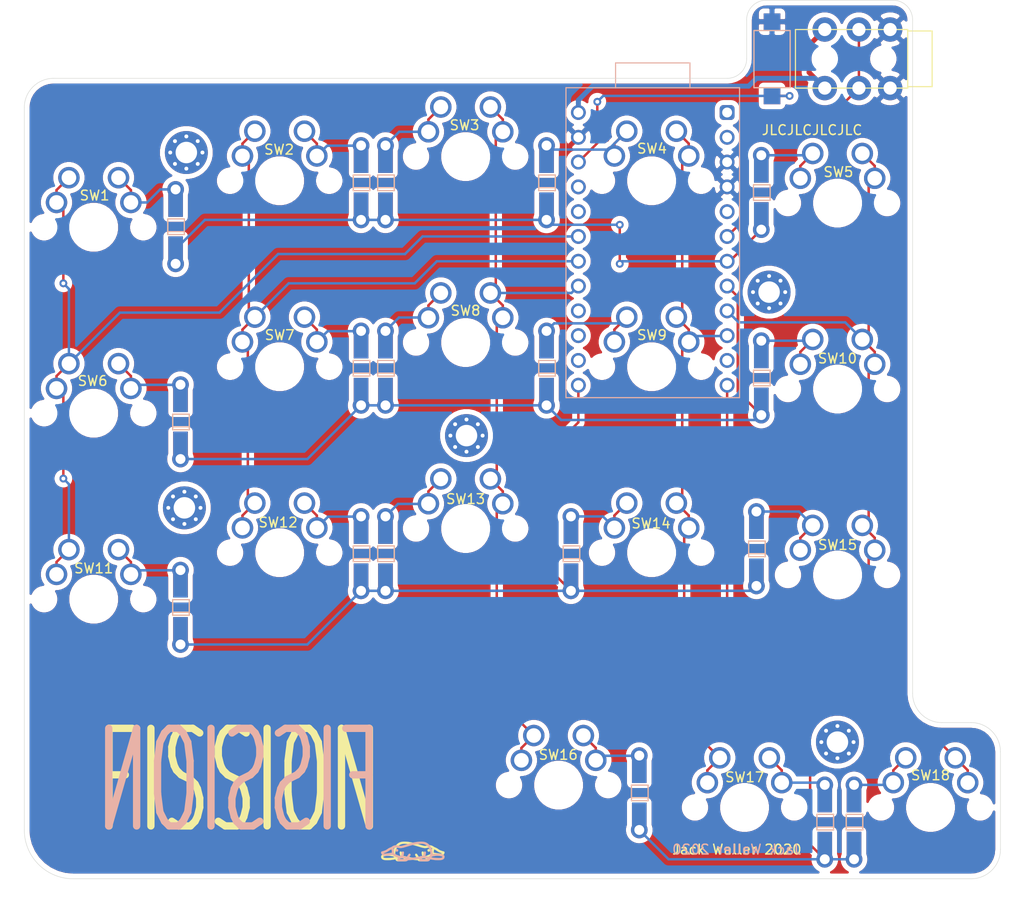
<source format=kicad_pcb>
(kicad_pcb (version 20171130) (host pcbnew "(5.1.6)-1")
  (layers (0 F.Cu signal) (31 B.Cu signal) (34 B.Paste user) (35 F.Paste user) (36 B.SilkS user) (37 F.SilkS user) (38 B.Mask user) (39 F.Mask user) (44 Edge.Cuts user))
  (net 0 "")
  (net 1 VCC)
  (net 2 GND)
  (net 3 /RST)
  (net 4 "Net-(U1-Pad21)")
  (net 5 "Net-(U1-Pad20)")
  (net 6 "Net-(U1-Pad16)")
  (net 7 "Net-(U1-Pad15)")
  (net 8 "Net-(U1-Pad14)")
  (net 9 "Net-(U1-Pad11)")
  (net 10 /Serial_Dat)
  (net 11 "Net-(U1-Pad5)")
  (net 12 "Net-(U1-Pad2)")
  (net 13 "Net-(U1-Pad1)")
  (net 14 "Net-(D1-Pad2)")
  (net 15 /row0)
  (net 16 "Net-(D2-Pad2)")
  (net 17 "Net-(D3-Pad2)")
  (net 18 "Net-(D4-Pad2)")
  (net 19 "Net-(D5-Pad2)")
  (net 20 "Net-(D6-Pad2)")
  (net 21 /row1)
  (net 22 "Net-(D7-Pad2)")
  (net 23 "Net-(D8-Pad2)")
  (net 24 "Net-(D9-Pad2)")
  (net 25 "Net-(D10-Pad2)")
  (net 26 "Net-(D11-Pad2)")
  (net 27 /row2)
  (net 28 "Net-(D12-Pad2)")
  (net 29 "Net-(D13-Pad2)")
  (net 30 "Net-(D14-Pad2)")
  (net 31 "Net-(D15-Pad2)")
  (net 32 "Net-(D16-Pad2)")
  (net 33 /row3)
  (net 34 "Net-(D17-Pad2)")
  (net 35 "Net-(D18-Pad2)")
  (net 36 /col0)
  (net 37 /col1)
  (net 38 /col2)
  (net 39 /col3)
  (net 40 /col4)
  (module Platypus:platypus_small (layer B.Cu) (at 84.8 142.2 180)
    (fp_text reference G*** hide)
    (fp_text value LOGO hide)
  )
  (module Platypus:platypus_small (layer F.Cu) (at 84.8 142.2)
    (fp_text reference G*** hide)
    (fp_text value LOGO hide)
  )
  (module MountingHole:MountingHole_2.2mm_M2_Pad_Via (layer F.Cu) (at 128.3 131)
    (fp_text reference H5 hide)
    (fp_text value MountingHole)
    (pad 1 thru_hole circle (at 1.166726 -1.166726) (size 0.7 0.7) (drill 0.4) (layers *.Cu *.Mask))
    (pad 1 thru_hole circle (at 0 -1.65) (size 0.7 0.7) (drill 0.4) (layers *.Cu *.Mask))
    (pad 1 thru_hole circle (at -1.166726 -1.166726) (size 0.7 0.7) (drill 0.4) (layers *.Cu *.Mask))
    (pad 1 thru_hole circle (at -1.65 0) (size 0.7 0.7) (drill 0.4) (layers *.Cu *.Mask))
    (pad 1 thru_hole circle (at -1.166726 1.166726) (size 0.7 0.7) (drill 0.4) (layers *.Cu *.Mask))
    (pad 1 thru_hole circle (at 0 1.65) (size 0.7 0.7) (drill 0.4) (layers *.Cu *.Mask))
    (pad 1 thru_hole circle (at 1.166726 1.166726) (size 0.7 0.7) (drill 0.4) (layers *.Cu *.Mask))
    (pad 1 thru_hole circle (at 1.65 0) (size 0.7 0.7) (drill 0.4) (layers *.Cu *.Mask))
    (pad 1 thru_hole circle (at 0 0) (size 4.4 4.4) (drill 2.2) (layers *.Cu *.Mask))
  )
  (module JW_Semiconductor:1N4148W_Universal_BothSides (layer F.Cu) (at 130 143 90)
    (fp_text reference D18 hide)
    (fp_text value 1N4148W)
    (pad 2 thru_hole custom (at 7.62 0) (size 1.716 1.716) (drill 1.016) (layers *.Cu *.Mask) (net 35 "Net-(D18-Pad2)") (options (clearance outline) (anchor circle)) (primitives (gr_poly (pts (xy 0.75 0) (xy 0.75 2.81) (xy -0.75 2.81) (xy -0.75 0)) (width 0))))
    (pad 1 thru_hole custom (at 0 0 180) (size 1.716 1.716) (drill 1.016) (layers *.Cu *.Mask) (net 33 /row3) (options (clearance outline) (anchor circle)) (primitives (gr_poly (pts (xy 0.75 0) (xy 0.75 2.81) (xy -0.75 2.81) (xy -0.75 0)) (width 0))))
  )
  (module JW_Semiconductor:1N4148W_Universal_BothSides (layer F.Cu) (at 127 143 90)
    (fp_text reference D17 hide)
    (fp_text value 1N4148W)
    (pad 2 thru_hole custom (at 7.62 0) (size 1.716 1.716) (drill 1.016) (layers *.Cu *.Mask) (net 34 "Net-(D17-Pad2)") (options (clearance outline) (anchor circle)) (primitives (gr_poly (pts (xy 0.75 0) (xy 0.75 2.81) (xy -0.75 2.81) (xy -0.75 0)) (width 0))))
    (pad 1 thru_hole custom (at 0 0 180) (size 1.716 1.716) (drill 1.016) (layers *.Cu *.Mask) (net 33 /row3) (options (clearance outline) (anchor circle)) (primitives (gr_poly (pts (xy 0.75 0) (xy 0.75 2.81) (xy -0.75 2.81) (xy -0.75 0)) (width 0))))
  )
  (module JW_Semiconductor:1N4148W_Universal_BothSides (layer F.Cu) (at 108 140 90)
    (fp_text reference D16 hide)
    (fp_text value 1N4148W)
    (pad 2 thru_hole custom (at 7.62 0) (size 1.716 1.716) (drill 1.016) (layers *.Cu *.Mask) (net 32 "Net-(D16-Pad2)") (options (clearance outline) (anchor circle)) (primitives (gr_poly (pts (xy 0.75 0) (xy 0.75 2.81) (xy -0.75 2.81) (xy -0.75 0)) (width 0))))
    (pad 1 thru_hole custom (at 0 0 180) (size 1.716 1.716) (drill 1.016) (layers *.Cu *.Mask) (net 33 /row3) (options (clearance outline) (anchor circle)) (primitives (gr_poly (pts (xy 0.75 0) (xy 0.75 2.81) (xy -0.75 2.81) (xy -0.75 0)) (width 0))))
  )
  (module JW_Semiconductor:1N4148W_Universal_BothSides (layer F.Cu) (at 120 115 90)
    (fp_text reference D15 hide)
    (fp_text value 1N4148W)
    (pad 2 thru_hole custom (at 7.62 0) (size 1.716 1.716) (drill 1.016) (layers *.Cu *.Mask) (net 31 "Net-(D15-Pad2)") (options (clearance outline) (anchor circle)) (primitives (gr_poly (pts (xy 0.75 0) (xy 0.75 2.81) (xy -0.75 2.81) (xy -0.75 0)) (width 0))))
    (pad 1 thru_hole custom (at 0 0 180) (size 1.716 1.716) (drill 1.016) (layers *.Cu *.Mask) (net 27 /row2) (options (clearance outline) (anchor circle)) (primitives (gr_poly (pts (xy 0.75 0) (xy 0.75 2.81) (xy -0.75 2.81) (xy -0.75 0)) (width 0))))
  )
  (module JW_Semiconductor:1N4148W_Universal_BothSides (layer F.Cu) (at 101 115.5 90)
    (fp_text reference D14 hide)
    (fp_text value 1N4148W)
    (pad 2 thru_hole custom (at 7.62 0) (size 1.716 1.716) (drill 1.016) (layers *.Cu *.Mask) (net 30 "Net-(D14-Pad2)") (options (clearance outline) (anchor circle)) (primitives (gr_poly (pts (xy 0.75 0) (xy 0.75 2.81) (xy -0.75 2.81) (xy -0.75 0)) (width 0))))
    (pad 1 thru_hole custom (at 0 0 180) (size 1.716 1.716) (drill 1.016) (layers *.Cu *.Mask) (net 27 /row2) (options (clearance outline) (anchor circle)) (primitives (gr_poly (pts (xy 0.75 0) (xy 0.75 2.81) (xy -0.75 2.81) (xy -0.75 0)) (width 0))))
  )
  (module JW_Semiconductor:1N4148W_Universal_BothSides (layer F.Cu) (at 82 115.5 90)
    (fp_text reference D13 hide)
    (fp_text value 1N4148W)
    (pad 2 thru_hole custom (at 7.62 0) (size 1.716 1.716) (drill 1.016) (layers *.Cu *.Mask) (net 29 "Net-(D13-Pad2)") (options (clearance outline) (anchor circle)) (primitives (gr_poly (pts (xy 0.75 0) (xy 0.75 2.81) (xy -0.75 2.81) (xy -0.75 0)) (width 0))))
    (pad 1 thru_hole custom (at 0 0 180) (size 1.716 1.716) (drill 1.016) (layers *.Cu *.Mask) (net 27 /row2) (options (clearance outline) (anchor circle)) (primitives (gr_poly (pts (xy 0.75 0) (xy 0.75 2.81) (xy -0.75 2.81) (xy -0.75 0)) (width 0))))
  )
  (module JW_Semiconductor:1N4148W_Universal_BothSides (layer F.Cu) (at 79.5 115.5 90)
    (fp_text reference D12 hide)
    (fp_text value 1N4148W)
    (pad 2 thru_hole custom (at 7.62 0) (size 1.716 1.716) (drill 1.016) (layers *.Cu *.Mask) (net 28 "Net-(D12-Pad2)") (options (clearance outline) (anchor circle)) (primitives (gr_poly (pts (xy 0.75 0) (xy 0.75 2.81) (xy -0.75 2.81) (xy -0.75 0)) (width 0))))
    (pad 1 thru_hole custom (at 0 0 180) (size 1.716 1.716) (drill 1.016) (layers *.Cu *.Mask) (net 27 /row2) (options (clearance outline) (anchor circle)) (primitives (gr_poly (pts (xy 0.75 0) (xy 0.75 2.81) (xy -0.75 2.81) (xy -0.75 0)) (width 0))))
  )
  (module JW_Semiconductor:1N4148W_Universal_BothSides (layer F.Cu) (at 61 121 90)
    (fp_text reference D11 hide)
    (fp_text value 1N4148W)
    (pad 2 thru_hole custom (at 7.62 0) (size 1.716 1.716) (drill 1.016) (layers *.Cu *.Mask) (net 26 "Net-(D11-Pad2)") (options (clearance outline) (anchor circle)) (primitives (gr_poly (pts (xy 0.75 0) (xy 0.75 2.81) (xy -0.75 2.81) (xy -0.75 0)) (width 0))))
    (pad 1 thru_hole custom (at 0 0 180) (size 1.716 1.716) (drill 1.016) (layers *.Cu *.Mask) (net 27 /row2) (options (clearance outline) (anchor circle)) (primitives (gr_poly (pts (xy 0.75 0) (xy 0.75 2.81) (xy -0.75 2.81) (xy -0.75 0)) (width 0))))
  )
  (module JW_Semiconductor:1N4148W_Universal_BothSides (layer F.Cu) (at 120.5 97.5 90)
    (fp_text reference D10 hide)
    (fp_text value 1N4148W)
    (pad 2 thru_hole custom (at 7.62 0) (size 1.716 1.716) (drill 1.016) (layers *.Cu *.Mask) (net 25 "Net-(D10-Pad2)") (options (clearance outline) (anchor circle)) (primitives (gr_poly (pts (xy 0.75 0) (xy 0.75 2.81) (xy -0.75 2.81) (xy -0.75 0)) (width 0))))
    (pad 1 thru_hole custom (at 0 0 180) (size 1.716 1.716) (drill 1.016) (layers *.Cu *.Mask) (net 21 /row1) (options (clearance outline) (anchor circle)) (primitives (gr_poly (pts (xy 0.75 0) (xy 0.75 2.81) (xy -0.75 2.81) (xy -0.75 0)) (width 0))))
  )
  (module JW_Semiconductor:1N4148W_Universal_BothSides (layer F.Cu) (at 98.5 96.5 90)
    (fp_text reference D9 hide)
    (fp_text value 1N4148W)
    (pad 2 thru_hole custom (at 7.62 0) (size 1.716 1.716) (drill 1.016) (layers *.Cu *.Mask) (net 24 "Net-(D9-Pad2)") (options (clearance outline) (anchor circle)) (primitives (gr_poly (pts (xy 0.75 0) (xy 0.75 2.81) (xy -0.75 2.81) (xy -0.75 0)) (width 0))))
    (pad 1 thru_hole custom (at 0 0 180) (size 1.716 1.716) (drill 1.016) (layers *.Cu *.Mask) (net 21 /row1) (options (clearance outline) (anchor circle)) (primitives (gr_poly (pts (xy 0.75 0) (xy 0.75 2.81) (xy -0.75 2.81) (xy -0.75 0)) (width 0))))
  )
  (module JW_Semiconductor:1N4148W_Universal_BothSides (layer F.Cu) (at 82 96.5 90)
    (fp_text reference D8 hide)
    (fp_text value 1N4148W)
    (pad 2 thru_hole custom (at 7.62 0) (size 1.716 1.716) (drill 1.016) (layers *.Cu *.Mask) (net 23 "Net-(D8-Pad2)") (options (clearance outline) (anchor circle)) (primitives (gr_poly (pts (xy 0.75 0) (xy 0.75 2.81) (xy -0.75 2.81) (xy -0.75 0)) (width 0))))
    (pad 1 thru_hole custom (at 0 0 180) (size 1.716 1.716) (drill 1.016) (layers *.Cu *.Mask) (net 21 /row1) (options (clearance outline) (anchor circle)) (primitives (gr_poly (pts (xy 0.75 0) (xy 0.75 2.81) (xy -0.75 2.81) (xy -0.75 0)) (width 0))))
  )
  (module JW_Semiconductor:1N4148W_Universal_BothSides (layer F.Cu) (at 79.5 96.5 90)
    (fp_text reference D7 hide)
    (fp_text value 1N4148W)
    (pad 2 thru_hole custom (at 7.62 0) (size 1.716 1.716) (drill 1.016) (layers *.Cu *.Mask) (net 22 "Net-(D7-Pad2)") (options (clearance outline) (anchor circle)) (primitives (gr_poly (pts (xy 0.75 0) (xy 0.75 2.81) (xy -0.75 2.81) (xy -0.75 0)) (width 0))))
    (pad 1 thru_hole custom (at 0 0 180) (size 1.716 1.716) (drill 1.016) (layers *.Cu *.Mask) (net 21 /row1) (options (clearance outline) (anchor circle)) (primitives (gr_poly (pts (xy 0.75 0) (xy 0.75 2.81) (xy -0.75 2.81) (xy -0.75 0)) (width 0))))
  )
  (module JW_Semiconductor:1N4148W_Universal_BothSides (layer F.Cu) (at 61 102 90)
    (fp_text reference D6 hide)
    (fp_text value 1N4148W)
    (pad 2 thru_hole custom (at 7.62 0) (size 1.716 1.716) (drill 1.016) (layers *.Cu *.Mask) (net 20 "Net-(D6-Pad2)") (options (clearance outline) (anchor circle)) (primitives (gr_poly (pts (xy 0.75 0) (xy 0.75 2.81) (xy -0.75 2.81) (xy -0.75 0)) (width 0))))
    (pad 1 thru_hole custom (at 0 0 180) (size 1.716 1.716) (drill 1.016) (layers *.Cu *.Mask) (net 21 /row1) (options (clearance outline) (anchor circle)) (primitives (gr_poly (pts (xy 0.75 0) (xy 0.75 2.81) (xy -0.75 2.81) (xy -0.75 0)) (width 0))))
  )
  (module JW_Semiconductor:1N4148W_Universal_BothSides (layer F.Cu) (at 120.5 78.5 90)
    (fp_text reference D5 hide)
    (fp_text value 1N4148W)
    (pad 2 thru_hole custom (at 7.62 0) (size 1.716 1.716) (drill 1.016) (layers *.Cu *.Mask) (net 19 "Net-(D5-Pad2)") (options (clearance outline) (anchor circle)) (primitives (gr_poly (pts (xy 0.75 0) (xy 0.75 2.81) (xy -0.75 2.81) (xy -0.75 0)) (width 0))))
    (pad 1 thru_hole custom (at 0 0 180) (size 1.716 1.716) (drill 1.016) (layers *.Cu *.Mask) (net 15 /row0) (options (clearance outline) (anchor circle)) (primitives (gr_poly (pts (xy 0.75 0) (xy 0.75 2.81) (xy -0.75 2.81) (xy -0.75 0)) (width 0))))
  )
  (module JW_Semiconductor:1N4148W_Universal_BothSides (layer F.Cu) (at 98.5 77.5 90)
    (fp_text reference D4 hide)
    (fp_text value 1N4148W)
    (pad 2 thru_hole custom (at 7.62 0) (size 1.716 1.716) (drill 1.016) (layers *.Cu *.Mask) (net 18 "Net-(D4-Pad2)") (options (clearance outline) (anchor circle)) (primitives (gr_poly (pts (xy 0.75 0) (xy 0.75 2.81) (xy -0.75 2.81) (xy -0.75 0)) (width 0))))
    (pad 1 thru_hole custom (at 0 0 180) (size 1.716 1.716) (drill 1.016) (layers *.Cu *.Mask) (net 15 /row0) (options (clearance outline) (anchor circle)) (primitives (gr_poly (pts (xy 0.75 0) (xy 0.75 2.81) (xy -0.75 2.81) (xy -0.75 0)) (width 0))))
  )
  (module JW_Semiconductor:1N4148W_Universal_BothSides (layer F.Cu) (at 82 77.5 90)
    (fp_text reference D3 hide)
    (fp_text value 1N4148W)
    (pad 2 thru_hole custom (at 7.62 0) (size 1.716 1.716) (drill 1.016) (layers *.Cu *.Mask) (net 17 "Net-(D3-Pad2)") (options (clearance outline) (anchor circle)) (primitives (gr_poly (pts (xy 0.75 0) (xy 0.75 2.81) (xy -0.75 2.81) (xy -0.75 0)) (width 0))))
    (pad 1 thru_hole custom (at 0 0 180) (size 1.716 1.716) (drill 1.016) (layers *.Cu *.Mask) (net 15 /row0) (options (clearance outline) (anchor circle)) (primitives (gr_poly (pts (xy 0.75 0) (xy 0.75 2.81) (xy -0.75 2.81) (xy -0.75 0)) (width 0))))
  )
  (module JW_Semiconductor:1N4148W_Universal_BothSides (layer F.Cu) (at 79.5 77.5 90)
    (fp_text reference D2 hide)
    (fp_text value 1N4148W)
    (pad 2 thru_hole custom (at 7.62 0) (size 1.716 1.716) (drill 1.016) (layers *.Cu *.Mask) (net 16 "Net-(D2-Pad2)") (options (clearance outline) (anchor circle)) (primitives (gr_poly (pts (xy 0.75 0) (xy 0.75 2.81) (xy -0.75 2.81) (xy -0.75 0)) (width 0))))
    (pad 1 thru_hole custom (at 0 0 180) (size 1.716 1.716) (drill 1.016) (layers *.Cu *.Mask) (net 15 /row0) (options (clearance outline) (anchor circle)) (primitives (gr_poly (pts (xy 0.75 0) (xy 0.75 2.81) (xy -0.75 2.81) (xy -0.75 0)) (width 0))))
  )
  (module JW_Semiconductor:1N4148W_Universal_BothSides (layer F.Cu) (at 60.5 82 90)
    (fp_text reference D1 hide)
    (fp_text value 1N4148W)
    (pad 2 thru_hole custom (at 7.62 0) (size 1.716 1.716) (drill 1.016) (layers *.Cu *.Mask) (net 14 "Net-(D1-Pad2)") (options (clearance outline) (anchor circle)) (primitives (gr_poly (pts (xy 0.75 0) (xy 0.75 2.81) (xy -0.75 2.81) (xy -0.75 0)) (width 0))))
    (pad 1 thru_hole custom (at 0 0 180) (size 1.716 1.716) (drill 1.016) (layers *.Cu *.Mask) (net 15 /row0) (options (clearance outline) (anchor circle)) (primitives (gr_poly (pts (xy 0.75 0) (xy 0.75 2.81) (xy -0.75 2.81) (xy -0.75 0)) (width 0))))
  )
  (module MountingHole:MountingHole_2.2mm_M2_Pad_Via (layer F.Cu) (at 61.6 70.6)
    (fp_text reference H4 hide)
    (fp_text value MountingHole)
    (pad 1 thru_hole circle (at 1.166726 -1.166726) (size 0.7 0.7) (drill 0.4) (layers *.Cu *.Mask))
    (pad 1 thru_hole circle (at 0 -1.65) (size 0.7 0.7) (drill 0.4) (layers *.Cu *.Mask))
    (pad 1 thru_hole circle (at -1.166726 -1.166726) (size 0.7 0.7) (drill 0.4) (layers *.Cu *.Mask))
    (pad 1 thru_hole circle (at -1.65 0) (size 0.7 0.7) (drill 0.4) (layers *.Cu *.Mask))
    (pad 1 thru_hole circle (at -1.166726 1.166726) (size 0.7 0.7) (drill 0.4) (layers *.Cu *.Mask))
    (pad 1 thru_hole circle (at 0 1.65) (size 0.7 0.7) (drill 0.4) (layers *.Cu *.Mask))
    (pad 1 thru_hole circle (at 1.166726 1.166726) (size 0.7 0.7) (drill 0.4) (layers *.Cu *.Mask))
    (pad 1 thru_hole circle (at 1.65 0) (size 0.7 0.7) (drill 0.4) (layers *.Cu *.Mask))
    (pad 1 thru_hole circle (at 0 0) (size 4.4 4.4) (drill 2.2) (layers *.Cu *.Mask))
  )
  (module MountingHole:MountingHole_2.2mm_M2_Pad_Via (layer F.Cu) (at 121.3 84.9)
    (fp_text reference H3 hide)
    (fp_text value MountingHole)
    (pad 1 thru_hole circle (at 1.166726 -1.166726) (size 0.7 0.7) (drill 0.4) (layers *.Cu *.Mask))
    (pad 1 thru_hole circle (at 0 -1.65) (size 0.7 0.7) (drill 0.4) (layers *.Cu *.Mask))
    (pad 1 thru_hole circle (at -1.166726 -1.166726) (size 0.7 0.7) (drill 0.4) (layers *.Cu *.Mask))
    (pad 1 thru_hole circle (at -1.65 0) (size 0.7 0.7) (drill 0.4) (layers *.Cu *.Mask))
    (pad 1 thru_hole circle (at -1.166726 1.166726) (size 0.7 0.7) (drill 0.4) (layers *.Cu *.Mask))
    (pad 1 thru_hole circle (at 0 1.65) (size 0.7 0.7) (drill 0.4) (layers *.Cu *.Mask))
    (pad 1 thru_hole circle (at 1.166726 1.166726) (size 0.7 0.7) (drill 0.4) (layers *.Cu *.Mask))
    (pad 1 thru_hole circle (at 1.65 0) (size 0.7 0.7) (drill 0.4) (layers *.Cu *.Mask))
    (pad 1 thru_hole circle (at 0 0) (size 4.4 4.4) (drill 2.2) (layers *.Cu *.Mask))
  )
  (module MountingHole:MountingHole_2.2mm_M2_Pad_Via (layer F.Cu) (at 61.4 107)
    (fp_text reference H2 hide)
    (fp_text value MountingHole)
    (pad 1 thru_hole circle (at 1.166726 -1.166726) (size 0.7 0.7) (drill 0.4) (layers *.Cu *.Mask))
    (pad 1 thru_hole circle (at 0 -1.65) (size 0.7 0.7) (drill 0.4) (layers *.Cu *.Mask))
    (pad 1 thru_hole circle (at -1.166726 -1.166726) (size 0.7 0.7) (drill 0.4) (layers *.Cu *.Mask))
    (pad 1 thru_hole circle (at -1.65 0) (size 0.7 0.7) (drill 0.4) (layers *.Cu *.Mask))
    (pad 1 thru_hole circle (at -1.166726 1.166726) (size 0.7 0.7) (drill 0.4) (layers *.Cu *.Mask))
    (pad 1 thru_hole circle (at 0 1.65) (size 0.7 0.7) (drill 0.4) (layers *.Cu *.Mask))
    (pad 1 thru_hole circle (at 1.166726 1.166726) (size 0.7 0.7) (drill 0.4) (layers *.Cu *.Mask))
    (pad 1 thru_hole circle (at 1.65 0) (size 0.7 0.7) (drill 0.4) (layers *.Cu *.Mask))
    (pad 1 thru_hole circle (at 0 0) (size 4.4 4.4) (drill 2.2) (layers *.Cu *.Mask))
  )
  (module MountingHole:MountingHole_2.2mm_M2_Pad_Via (layer F.Cu) (at 90.3 99.6)
    (fp_text reference H1 hide)
    (fp_text value MountingHole)
    (pad 1 thru_hole circle (at 1.166726 -1.166726) (size 0.7 0.7) (drill 0.4) (layers *.Cu *.Mask))
    (pad 1 thru_hole circle (at 0 -1.65) (size 0.7 0.7) (drill 0.4) (layers *.Cu *.Mask))
    (pad 1 thru_hole circle (at -1.166726 -1.166726) (size 0.7 0.7) (drill 0.4) (layers *.Cu *.Mask))
    (pad 1 thru_hole circle (at -1.65 0) (size 0.7 0.7) (drill 0.4) (layers *.Cu *.Mask))
    (pad 1 thru_hole circle (at -1.166726 1.166726) (size 0.7 0.7) (drill 0.4) (layers *.Cu *.Mask))
    (pad 1 thru_hole circle (at 0 1.65) (size 0.7 0.7) (drill 0.4) (layers *.Cu *.Mask))
    (pad 1 thru_hole circle (at 1.166726 1.166726) (size 0.7 0.7) (drill 0.4) (layers *.Cu *.Mask))
    (pad 1 thru_hole circle (at 1.65 0) (size 0.7 0.7) (drill 0.4) (layers *.Cu *.Mask))
    (pad 1 thru_hole circle (at 0 0) (size 4.4 4.4) (drill 2.2) (layers *.Cu *.Mask))
  )
  (module "JW_Button_Switch_Keyboard:HYP (Hongyuan Precision) 1TS002E-2500-2500-CT" (layer B.Cu) (at 121.6 64.8)
    (fp_text reference SW20 hide)
    (fp_text value SW_SPST)
    (pad 2 smd rect (at 0 -7.6) (size 1.7 1.7) (layers B.Cu B.Paste B.Mask) (net 2 GND))
    (pad 1 smd rect (at 0 0) (size 1.7 1.7) (layers B.Cu B.Paste B.Mask) (net 3 /RST))
  )
  (module "JW_Button_Switch_Keyboard:HYP (Hongyuan Precision) 1TS002E-2500-2500-CT" (layer F.Cu) (at 121.6 64.8 180)
    (fp_text reference SW19 hide)
    (fp_text value SW_SPST)
    (pad 2 smd rect (at 0 7.6 180) (size 1.7 1.7) (layers F.Cu F.Paste F.Mask) (net 2 GND))
    (pad 1 smd rect (at 0 0 180) (size 1.7 1.7) (layers F.Cu F.Paste F.Mask) (net 3 /RST))
  )
  (module JW_Connector:Audio_3.5mm_TRS_TH (layer F.Cu) (at 133.7 58 270)
    (fp_text reference J1 hide)
    (fp_text value AudioJack2_Ground)
    (pad "" np_thru_hole circle (at 3 6.7 270) (size 1.7 1.7) (drill 1.7) (layers *.Cu *.Mask))
    (pad "" np_thru_hole circle (at 3 0.7 270) (size 1.7 1.7) (drill 1.7) (layers *.Cu *.Mask))
    (pad T thru_hole circle (at 6 6.7 270) (size 2.5 2.5) (drill 1.35) (layers *.Cu *.Mask) (net 1 VCC))
    (pad S thru_hole circle (at 6 3.2 90) (size 2.5 2.5) (drill 1.35) (layers *.Cu *.Mask) (net 10 /Serial_Dat))
    (pad G thru_hole circle (at 6 0 270) (size 2.5 2.5) (drill 1.35) (layers *.Cu *.Mask) (net 2 GND))
    (pad T thru_hole circle (at 0 6.7) (size 2.5 2.5) (drill 1.35) (layers *.Cu *.Mask) (net 1 VCC))
    (pad S thru_hole circle (at 0 3.2 270) (size 2.5 2.5) (drill 1.35) (layers *.Cu *.Mask) (net 10 /Serial_Dat))
    (pad G thru_hole circle (at 0 0 270) (size 2.5 2.5) (drill 1.35) (layers *.Cu *.Mask) (net 2 GND))
  )
  (module JW_IC_Microcontroller:Arduino_Pro_Micro (layer B.Cu) (at 117 66.5 180)
    (fp_text reference U1 hide)
    (fp_text value Arduino_Pro_Micro)
    (pad 24 thru_hole circle (at 15.24 0 180) (size 1.524 1.524) (drill 1.016) (layers *.Cu *.Mask) (net 1 VCC))
    (pad 23 thru_hole circle (at 15.24 -2.54 90) (size 1.524 1.524) (drill 1.016) (layers *.Cu *.Mask) (net 2 GND))
    (pad 22 thru_hole circle (at 15.24 -5.08 180) (size 1.524 1.524) (drill 1.016) (layers *.Cu *.Mask) (net 3 /RST))
    (pad 21 thru_hole circle (at 15.24 -7.62 180) (size 1.524 1.524) (drill 1.016) (layers *.Cu *.Mask) (net 4 "Net-(U1-Pad21)"))
    (pad 20 thru_hole circle (at 15.24 -10.16 180) (size 1.524 1.524) (drill 1.016) (layers *.Cu *.Mask) (net 5 "Net-(U1-Pad20)"))
    (pad 19 thru_hole circle (at 15.24 -12.7 180) (size 1.524 1.524) (drill 1.016) (layers *.Cu *.Mask) (net 36 /col0))
    (pad 18 thru_hole circle (at 15.24 -15.24 180) (size 1.524 1.524) (drill 1.016) (layers *.Cu *.Mask) (net 37 /col1))
    (pad 17 thru_hole circle (at 15.24 -17.78 180) (size 1.524 1.524) (drill 1.016) (layers *.Cu *.Mask) (net 38 /col2))
    (pad 16 thru_hole circle (at 15.24 -20.32 180) (size 1.524 1.524) (drill 1.016) (layers *.Cu *.Mask) (net 6 "Net-(U1-Pad16)"))
    (pad 15 thru_hole circle (at 15.24 -22.86 180) (size 1.524 1.524) (drill 1.016) (layers *.Cu *.Mask) (net 7 "Net-(U1-Pad15)"))
    (pad 14 thru_hole circle (at 15.24 -25.4 180) (size 1.524 1.524) (drill 1.016) (layers *.Cu *.Mask) (net 8 "Net-(U1-Pad14)"))
    (pad 13 thru_hole circle (at 15.24 -27.94 180) (size 1.524 1.524) (drill 1.016) (layers *.Cu *.Mask) (net 27 /row2))
    (pad 12 thru_hole circle (at 0 -27.94 90) (size 1.524 1.524) (drill 1.016) (layers *.Cu *.Mask) (net 33 /row3))
    (pad 11 thru_hole circle (at 0 -25.4 180) (size 1.524 1.524) (drill 1.016) (layers *.Cu *.Mask) (net 9 "Net-(U1-Pad11)"))
    (pad 10 thru_hole circle (at 0 -22.86 180) (size 1.524 1.524) (drill 1.016) (layers *.Cu *.Mask) (net 39 /col3))
    (pad 9 thru_hole circle (at 0 -20.32 180) (size 1.524 1.524) (drill 1.016) (layers *.Cu *.Mask) (net 40 /col4))
    (pad 8 thru_hole circle (at 0 -17.78 180) (size 1.524 1.524) (drill 1.016) (layers *.Cu *.Mask) (net 21 /row1))
    (pad 7 thru_hole circle (at 0 -15.24 180) (size 1.524 1.524) (drill 1.016) (layers *.Cu *.Mask) (net 15 /row0))
    (pad 6 thru_hole circle (at 0 -12.7 180) (size 1.524 1.524) (drill 1.016) (layers *.Cu *.Mask) (net 10 /Serial_Dat))
    (pad 5 thru_hole circle (at 0 -10.16 180) (size 1.524 1.524) (drill 1.016) (layers *.Cu *.Mask) (net 11 "Net-(U1-Pad5)"))
    (pad 4 thru_hole circle (at 0 -7.62 180) (size 1.524 1.524) (drill 1.016) (layers *.Cu *.Mask) (net 2 GND))
    (pad 3 thru_hole circle (at 0 -5.08 180) (size 1.524 1.524) (drill 1.016) (layers *.Cu *.Mask) (net 2 GND))
    (pad 2 thru_hole circle (at 0 -2.54 180) (size 1.524 1.524) (drill 1.016) (layers *.Cu *.Mask) (net 12 "Net-(U1-Pad2)"))
    (pad 1 thru_hole roundrect (at 0 0 180) (size 1.524 1.524) (drill 1.016) (layers *.Cu *.Mask) (net 13 "Net-(U1-Pad1)"))
  )
  (module JW_Button_Switch_Keyboard:SW_Cherry_MX_1.00u_PCB_bothsides (layer F.Cu) (at 140.375 132.6125)
    (fp_text reference SW18 (at -2.54 1.7875) (layer F.SilkS))
    (fp_text value SW_DIP_x01)
    (pad 2 thru_hole circle (at -5.08 0) (size 2.2 2.2) (drill 1.5) (layers *.Cu *.Mask) (net 35 "Net-(D18-Pad2)"))
    (pad 1 thru_hole circle (at 1.27 2.54) (size 2.2 2.2) (drill 1.5) (layers *.Cu *.Mask) (net 40 /col4))
    (pad "" np_thru_hole circle (at 2.54 5.08) (size 1.7 1.7) (drill 1.7) (layers *.Cu *.Mask))
    (pad "" np_thru_hole circle (at -7.62 5.08) (size 1.7 1.7) (drill 1.7) (layers *.Cu *.Mask))
    (pad "" np_thru_hole circle (at -2.54 5.08) (size 4 4) (drill 4) (layers *.Cu *.Mask))
    (pad 2 thru_hole circle (at -6.35 2.54) (size 2.2 2.2) (drill 1.5) (layers *.Cu *.Mask) (net 35 "Net-(D18-Pad2)"))
    (pad 1 thru_hole circle (at 0 0) (size 2.2 2.2) (drill 1.5) (layers *.Cu *.Mask) (net 40 /col4))
  )
  (module JW_Button_Switch_Keyboard:SW_Cherry_MX_1.00u_PCB_bothsides (layer F.Cu) (at 121.325 132.6125)
    (fp_text reference SW17 (at -2.525 1.9875) (layer F.SilkS))
    (fp_text value SW_DIP_x01)
    (pad 2 thru_hole circle (at -5.08 0) (size 2.2 2.2) (drill 1.5) (layers *.Cu *.Mask) (net 39 /col3))
    (pad 1 thru_hole circle (at 1.27 2.54) (size 2.2 2.2) (drill 1.5) (layers *.Cu *.Mask) (net 34 "Net-(D17-Pad2)"))
    (pad "" np_thru_hole circle (at 2.54 5.08) (size 1.7 1.7) (drill 1.7) (layers *.Cu *.Mask))
    (pad "" np_thru_hole circle (at -7.62 5.08) (size 1.7 1.7) (drill 1.7) (layers *.Cu *.Mask))
    (pad "" np_thru_hole circle (at -2.54 5.08) (size 4 4) (drill 4) (layers *.Cu *.Mask))
    (pad 2 thru_hole circle (at -6.35 2.54) (size 2.2 2.2) (drill 1.5) (layers *.Cu *.Mask) (net 39 /col3))
    (pad 1 thru_hole circle (at 0 0) (size 2.2 2.2) (drill 1.5) (layers *.Cu *.Mask) (net 34 "Net-(D17-Pad2)"))
  )
  (module JW_Button_Switch_Keyboard:SW_Cherry_MX_1.00u_PCB_bothsides (layer F.Cu) (at 102.275 130.3265)
    (fp_text reference SW16 (at -2.575 1.9735) (layer F.SilkS))
    (fp_text value SW_DIP_x01)
    (pad 2 thru_hole circle (at -5.08 0) (size 2.2 2.2) (drill 1.5) (layers *.Cu *.Mask) (net 38 /col2))
    (pad 1 thru_hole circle (at 1.27 2.54) (size 2.2 2.2) (drill 1.5) (layers *.Cu *.Mask) (net 32 "Net-(D16-Pad2)"))
    (pad "" np_thru_hole circle (at 2.54 5.08) (size 1.7 1.7) (drill 1.7) (layers *.Cu *.Mask))
    (pad "" np_thru_hole circle (at -7.62 5.08) (size 1.7 1.7) (drill 1.7) (layers *.Cu *.Mask))
    (pad "" np_thru_hole circle (at -2.54 5.08) (size 4 4) (drill 4) (layers *.Cu *.Mask))
    (pad 2 thru_hole circle (at -6.35 2.54) (size 2.2 2.2) (drill 1.5) (layers *.Cu *.Mask) (net 38 /col2))
    (pad 1 thru_hole circle (at 0 0) (size 2.2 2.2) (drill 1.5) (layers *.Cu *.Mask) (net 32 "Net-(D16-Pad2)"))
  )
  (module JW_Button_Switch_Keyboard:SW_Cherry_MX_1.00u_PCB_bothsides (layer F.Cu) (at 130.85 108.8)
    (fp_text reference SW15 (at -2.54 2) (layer F.SilkS))
    (fp_text value SW_DIP_x01)
    (pad 2 thru_hole circle (at -5.08 0) (size 2.2 2.2) (drill 1.5) (layers *.Cu *.Mask) (net 31 "Net-(D15-Pad2)"))
    (pad 1 thru_hole circle (at 1.27 2.54) (size 2.2 2.2) (drill 1.5) (layers *.Cu *.Mask) (net 40 /col4))
    (pad "" np_thru_hole circle (at 2.54 5.08) (size 1.7 1.7) (drill 1.7) (layers *.Cu *.Mask))
    (pad "" np_thru_hole circle (at -7.62 5.08) (size 1.7 1.7) (drill 1.7) (layers *.Cu *.Mask))
    (pad "" np_thru_hole circle (at -2.54 5.08) (size 4 4) (drill 4) (layers *.Cu *.Mask))
    (pad 2 thru_hole circle (at -6.35 2.54) (size 2.2 2.2) (drill 1.5) (layers *.Cu *.Mask) (net 31 "Net-(D15-Pad2)"))
    (pad 1 thru_hole circle (at 0 0) (size 2.2 2.2) (drill 1.5) (layers *.Cu *.Mask) (net 40 /col4))
  )
  (module JW_Button_Switch_Keyboard:SW_Cherry_MX_1.00u_PCB_bothsides (layer F.Cu) (at 111.8 106.514)
    (fp_text reference SW14 (at -2.6 2.086) (layer F.SilkS))
    (fp_text value SW_DIP_x01)
    (pad 2 thru_hole circle (at -5.08 0) (size 2.2 2.2) (drill 1.5) (layers *.Cu *.Mask) (net 30 "Net-(D14-Pad2)"))
    (pad 1 thru_hole circle (at 1.27 2.54) (size 2.2 2.2) (drill 1.5) (layers *.Cu *.Mask) (net 39 /col3))
    (pad "" np_thru_hole circle (at 2.54 5.08) (size 1.7 1.7) (drill 1.7) (layers *.Cu *.Mask))
    (pad "" np_thru_hole circle (at -7.62 5.08) (size 1.7 1.7) (drill 1.7) (layers *.Cu *.Mask))
    (pad "" np_thru_hole circle (at -2.54 5.08) (size 4 4) (drill 4) (layers *.Cu *.Mask))
    (pad 2 thru_hole circle (at -6.35 2.54) (size 2.2 2.2) (drill 1.5) (layers *.Cu *.Mask) (net 30 "Net-(D14-Pad2)"))
    (pad 1 thru_hole circle (at 0 0) (size 2.2 2.2) (drill 1.5) (layers *.Cu *.Mask) (net 39 /col3))
  )
  (module JW_Button_Switch_Keyboard:SW_Cherry_MX_1.00u_PCB_bothsides (layer F.Cu) (at 92.75 104.0375)
    (fp_text reference SW13 (at -2.54 2.0625) (layer F.SilkS))
    (fp_text value SW_DIP_x01)
    (pad 2 thru_hole circle (at -5.08 0) (size 2.2 2.2) (drill 1.5) (layers *.Cu *.Mask) (net 29 "Net-(D13-Pad2)"))
    (pad 1 thru_hole circle (at 1.27 2.54) (size 2.2 2.2) (drill 1.5) (layers *.Cu *.Mask) (net 38 /col2))
    (pad "" np_thru_hole circle (at 2.54 5.08) (size 1.7 1.7) (drill 1.7) (layers *.Cu *.Mask))
    (pad "" np_thru_hole circle (at -7.62 5.08) (size 1.7 1.7) (drill 1.7) (layers *.Cu *.Mask))
    (pad "" np_thru_hole circle (at -2.54 5.08) (size 4 4) (drill 4) (layers *.Cu *.Mask))
    (pad 2 thru_hole circle (at -6.35 2.54) (size 2.2 2.2) (drill 1.5) (layers *.Cu *.Mask) (net 29 "Net-(D13-Pad2)"))
    (pad 1 thru_hole circle (at 0 0) (size 2.2 2.2) (drill 1.5) (layers *.Cu *.Mask) (net 38 /col2))
  )
  (module JW_Button_Switch_Keyboard:SW_Cherry_MX_1.00u_PCB_bothsides (layer F.Cu) (at 73.7 106.514)
    (fp_text reference SW12 (at -2.7 1.986) (layer F.SilkS))
    (fp_text value SW_DIP_x01)
    (pad 2 thru_hole circle (at -5.08 0) (size 2.2 2.2) (drill 1.5) (layers *.Cu *.Mask) (net 37 /col1))
    (pad 1 thru_hole circle (at 1.27 2.54) (size 2.2 2.2) (drill 1.5) (layers *.Cu *.Mask) (net 28 "Net-(D12-Pad2)"))
    (pad "" np_thru_hole circle (at 2.54 5.08) (size 1.7 1.7) (drill 1.7) (layers *.Cu *.Mask))
    (pad "" np_thru_hole circle (at -7.62 5.08) (size 1.7 1.7) (drill 1.7) (layers *.Cu *.Mask))
    (pad "" np_thru_hole circle (at -2.54 5.08) (size 4 4) (drill 4) (layers *.Cu *.Mask))
    (pad 2 thru_hole circle (at -6.35 2.54) (size 2.2 2.2) (drill 1.5) (layers *.Cu *.Mask) (net 37 /col1))
    (pad 1 thru_hole circle (at 0 0) (size 2.2 2.2) (drill 1.5) (layers *.Cu *.Mask) (net 28 "Net-(D12-Pad2)"))
  )
  (module JW_Button_Switch_Keyboard:SW_Cherry_MX_1.00u_PCB_bothsides (layer F.Cu) (at 54.65 111.2765)
    (fp_text reference SW11 (at -2.54 1.9235) (layer F.SilkS))
    (fp_text value SW_DIP_x01)
    (pad 2 thru_hole circle (at -5.08 0) (size 2.2 2.2) (drill 1.5) (layers *.Cu *.Mask) (net 36 /col0))
    (pad 1 thru_hole circle (at 1.27 2.54) (size 2.2 2.2) (drill 1.5) (layers *.Cu *.Mask) (net 26 "Net-(D11-Pad2)"))
    (pad "" np_thru_hole circle (at 2.54 5.08) (size 1.7 1.7) (drill 1.7) (layers *.Cu *.Mask))
    (pad "" np_thru_hole circle (at -7.62 5.08) (size 1.7 1.7) (drill 1.7) (layers *.Cu *.Mask))
    (pad "" np_thru_hole circle (at -2.54 5.08) (size 4 4) (drill 4) (layers *.Cu *.Mask))
    (pad 2 thru_hole circle (at -6.35 2.54) (size 2.2 2.2) (drill 1.5) (layers *.Cu *.Mask) (net 36 /col0))
    (pad 1 thru_hole circle (at 0 0) (size 2.2 2.2) (drill 1.5) (layers *.Cu *.Mask) (net 26 "Net-(D11-Pad2)"))
  )
  (module JW_Button_Switch_Keyboard:SW_Cherry_MX_1.00u_PCB_bothsides (layer F.Cu) (at 130.85 89.75)
    (fp_text reference SW10 (at -2.55 1.95) (layer F.SilkS))
    (fp_text value SW_DIP_x01)
    (pad 2 thru_hole circle (at -5.08 0) (size 2.2 2.2) (drill 1.5) (layers *.Cu *.Mask) (net 25 "Net-(D10-Pad2)"))
    (pad 1 thru_hole circle (at 1.27 2.54) (size 2.2 2.2) (drill 1.5) (layers *.Cu *.Mask) (net 40 /col4))
    (pad "" np_thru_hole circle (at 2.54 5.08) (size 1.7 1.7) (drill 1.7) (layers *.Cu *.Mask))
    (pad "" np_thru_hole circle (at -7.62 5.08) (size 1.7 1.7) (drill 1.7) (layers *.Cu *.Mask))
    (pad "" np_thru_hole circle (at -2.54 5.08) (size 4 4) (drill 4) (layers *.Cu *.Mask))
    (pad 2 thru_hole circle (at -6.35 2.54) (size 2.2 2.2) (drill 1.5) (layers *.Cu *.Mask) (net 25 "Net-(D10-Pad2)"))
    (pad 1 thru_hole circle (at 0 0) (size 2.2 2.2) (drill 1.5) (layers *.Cu *.Mask) (net 40 /col4))
  )
  (module JW_Button_Switch_Keyboard:SW_Cherry_MX_1.00u_PCB_bothsides (layer F.Cu) (at 111.8 87.464)
    (fp_text reference SW9 (at -2.5 1.836) (layer F.SilkS))
    (fp_text value SW_DIP_x01)
    (pad 2 thru_hole circle (at -5.08 0) (size 2.2 2.2) (drill 1.5) (layers *.Cu *.Mask) (net 24 "Net-(D9-Pad2)"))
    (pad 1 thru_hole circle (at 1.27 2.54) (size 2.2 2.2) (drill 1.5) (layers *.Cu *.Mask) (net 39 /col3))
    (pad "" np_thru_hole circle (at 2.54 5.08) (size 1.7 1.7) (drill 1.7) (layers *.Cu *.Mask))
    (pad "" np_thru_hole circle (at -7.62 5.08) (size 1.7 1.7) (drill 1.7) (layers *.Cu *.Mask))
    (pad "" np_thru_hole circle (at -2.54 5.08) (size 4 4) (drill 4) (layers *.Cu *.Mask))
    (pad 2 thru_hole circle (at -6.35 2.54) (size 2.2 2.2) (drill 1.5) (layers *.Cu *.Mask) (net 24 "Net-(D9-Pad2)"))
    (pad 1 thru_hole circle (at 0 0) (size 2.2 2.2) (drill 1.5) (layers *.Cu *.Mask) (net 39 /col3))
  )
  (module JW_Button_Switch_Keyboard:SW_Cherry_MX_1.00u_PCB_bothsides (layer F.Cu) (at 92.75 84.9875)
    (fp_text reference SW8 (at -2.55 1.8125) (layer F.SilkS))
    (fp_text value SW_DIP_x01)
    (pad 2 thru_hole circle (at -5.08 0) (size 2.2 2.2) (drill 1.5) (layers *.Cu *.Mask) (net 23 "Net-(D8-Pad2)"))
    (pad 1 thru_hole circle (at 1.27 2.54) (size 2.2 2.2) (drill 1.5) (layers *.Cu *.Mask) (net 38 /col2))
    (pad "" np_thru_hole circle (at 2.54 5.08) (size 1.7 1.7) (drill 1.7) (layers *.Cu *.Mask))
    (pad "" np_thru_hole circle (at -7.62 5.08) (size 1.7 1.7) (drill 1.7) (layers *.Cu *.Mask))
    (pad "" np_thru_hole circle (at -2.54 5.08) (size 4 4) (drill 4) (layers *.Cu *.Mask))
    (pad 2 thru_hole circle (at -6.35 2.54) (size 2.2 2.2) (drill 1.5) (layers *.Cu *.Mask) (net 23 "Net-(D8-Pad2)"))
    (pad 1 thru_hole circle (at 0 0) (size 2.2 2.2) (drill 1.5) (layers *.Cu *.Mask) (net 38 /col2))
  )
  (module JW_Button_Switch_Keyboard:SW_Cherry_MX_1.00u_PCB_bothsides (layer F.Cu) (at 73.7 87.464)
    (fp_text reference SW7 (at -2.54 1.836) (layer F.SilkS))
    (fp_text value SW_DIP_x01)
    (pad 2 thru_hole circle (at -5.08 0) (size 2.2 2.2) (drill 1.5) (layers *.Cu *.Mask) (net 37 /col1))
    (pad 1 thru_hole circle (at 1.27 2.54) (size 2.2 2.2) (drill 1.5) (layers *.Cu *.Mask) (net 22 "Net-(D7-Pad2)"))
    (pad "" np_thru_hole circle (at 2.54 5.08) (size 1.7 1.7) (drill 1.7) (layers *.Cu *.Mask))
    (pad "" np_thru_hole circle (at -7.62 5.08) (size 1.7 1.7) (drill 1.7) (layers *.Cu *.Mask))
    (pad "" np_thru_hole circle (at -2.54 5.08) (size 4 4) (drill 4) (layers *.Cu *.Mask))
    (pad 2 thru_hole circle (at -6.35 2.54) (size 2.2 2.2) (drill 1.5) (layers *.Cu *.Mask) (net 37 /col1))
    (pad 1 thru_hole circle (at 0 0) (size 2.2 2.2) (drill 1.5) (layers *.Cu *.Mask) (net 22 "Net-(D7-Pad2)"))
  )
  (module JW_Button_Switch_Keyboard:SW_Cherry_MX_1.00u_PCB_bothsides (layer F.Cu) (at 54.65 92.2265)
    (fp_text reference SW6 (at -2.65 1.7735) (layer F.SilkS))
    (fp_text value SW_DIP_x01)
    (pad 2 thru_hole circle (at -5.08 0) (size 2.2 2.2) (drill 1.5) (layers *.Cu *.Mask) (net 36 /col0))
    (pad 1 thru_hole circle (at 1.27 2.54) (size 2.2 2.2) (drill 1.5) (layers *.Cu *.Mask) (net 20 "Net-(D6-Pad2)"))
    (pad "" np_thru_hole circle (at 2.54 5.08) (size 1.7 1.7) (drill 1.7) (layers *.Cu *.Mask))
    (pad "" np_thru_hole circle (at -7.62 5.08) (size 1.7 1.7) (drill 1.7) (layers *.Cu *.Mask))
    (pad "" np_thru_hole circle (at -2.54 5.08) (size 4 4) (drill 4) (layers *.Cu *.Mask))
    (pad 2 thru_hole circle (at -6.35 2.54) (size 2.2 2.2) (drill 1.5) (layers *.Cu *.Mask) (net 36 /col0))
    (pad 1 thru_hole circle (at 0 0) (size 2.2 2.2) (drill 1.5) (layers *.Cu *.Mask) (net 20 "Net-(D6-Pad2)"))
  )
  (module JW_Button_Switch_Keyboard:SW_Cherry_MX_1.00u_PCB_bothsides (layer F.Cu) (at 130.85 70.7)
    (fp_text reference SW5 (at -2.45 1.9) (layer F.SilkS))
    (fp_text value SW_DIP_x01)
    (pad 2 thru_hole circle (at -5.08 0) (size 2.2 2.2) (drill 1.5) (layers *.Cu *.Mask) (net 19 "Net-(D5-Pad2)"))
    (pad 1 thru_hole circle (at 1.27 2.54) (size 2.2 2.2) (drill 1.5) (layers *.Cu *.Mask) (net 40 /col4))
    (pad "" np_thru_hole circle (at 2.54 5.08) (size 1.7 1.7) (drill 1.7) (layers *.Cu *.Mask))
    (pad "" np_thru_hole circle (at -7.62 5.08) (size 1.7 1.7) (drill 1.7) (layers *.Cu *.Mask))
    (pad "" np_thru_hole circle (at -2.54 5.08) (size 4 4) (drill 4) (layers *.Cu *.Mask))
    (pad 2 thru_hole circle (at -6.35 2.54) (size 2.2 2.2) (drill 1.5) (layers *.Cu *.Mask) (net 19 "Net-(D5-Pad2)"))
    (pad 1 thru_hole circle (at 0 0) (size 2.2 2.2) (drill 1.5) (layers *.Cu *.Mask) (net 40 /col4))
  )
  (module JW_Button_Switch_Keyboard:SW_Cherry_MX_1.00u_PCB_bothsides (layer F.Cu) (at 111.8 68.414)
    (fp_text reference SW4 (at -2.5 1.786) (layer F.SilkS))
    (fp_text value SW_DIP_x01)
    (pad 2 thru_hole circle (at -5.08 0) (size 2.2 2.2) (drill 1.5) (layers *.Cu *.Mask) (net 18 "Net-(D4-Pad2)"))
    (pad 1 thru_hole circle (at 1.27 2.54) (size 2.2 2.2) (drill 1.5) (layers *.Cu *.Mask) (net 39 /col3))
    (pad "" np_thru_hole circle (at 2.54 5.08) (size 1.7 1.7) (drill 1.7) (layers *.Cu *.Mask))
    (pad "" np_thru_hole circle (at -7.62 5.08) (size 1.7 1.7) (drill 1.7) (layers *.Cu *.Mask))
    (pad "" np_thru_hole circle (at -2.54 5.08) (size 4 4) (drill 4) (layers *.Cu *.Mask))
    (pad 2 thru_hole circle (at -6.35 2.54) (size 2.2 2.2) (drill 1.5) (layers *.Cu *.Mask) (net 18 "Net-(D4-Pad2)"))
    (pad 1 thru_hole circle (at 0 0) (size 2.2 2.2) (drill 1.5) (layers *.Cu *.Mask) (net 39 /col3))
  )
  (module JW_Button_Switch_Keyboard:SW_Cherry_MX_1.00u_PCB_bothsides (layer F.Cu) (at 92.75 65.9375)
    (fp_text reference SW3 (at -2.65 1.8625) (layer F.SilkS))
    (fp_text value SW_DIP_x01)
    (pad 2 thru_hole circle (at -5.08 0) (size 2.2 2.2) (drill 1.5) (layers *.Cu *.Mask) (net 17 "Net-(D3-Pad2)"))
    (pad 1 thru_hole circle (at 1.27 2.54) (size 2.2 2.2) (drill 1.5) (layers *.Cu *.Mask) (net 38 /col2))
    (pad "" np_thru_hole circle (at 2.54 5.08) (size 1.7 1.7) (drill 1.7) (layers *.Cu *.Mask))
    (pad "" np_thru_hole circle (at -7.62 5.08) (size 1.7 1.7) (drill 1.7) (layers *.Cu *.Mask))
    (pad "" np_thru_hole circle (at -2.54 5.08) (size 4 4) (drill 4) (layers *.Cu *.Mask))
    (pad 2 thru_hole circle (at -6.35 2.54) (size 2.2 2.2) (drill 1.5) (layers *.Cu *.Mask) (net 17 "Net-(D3-Pad2)"))
    (pad 1 thru_hole circle (at 0 0) (size 2.2 2.2) (drill 1.5) (layers *.Cu *.Mask) (net 38 /col2))
  )
  (module JW_Button_Switch_Keyboard:SW_Cherry_MX_1.00u_PCB_bothsides (layer F.Cu) (at 73.7 68.414)
    (fp_text reference SW2 (at -2.6 1.886) (layer F.SilkS))
    (fp_text value SW_DIP_x01)
    (pad 2 thru_hole circle (at -5.08 0) (size 2.2 2.2) (drill 1.5) (layers *.Cu *.Mask) (net 37 /col1))
    (pad 1 thru_hole circle (at 1.27 2.54) (size 2.2 2.2) (drill 1.5) (layers *.Cu *.Mask) (net 16 "Net-(D2-Pad2)"))
    (pad "" np_thru_hole circle (at 2.54 5.08) (size 1.7 1.7) (drill 1.7) (layers *.Cu *.Mask))
    (pad "" np_thru_hole circle (at -7.62 5.08) (size 1.7 1.7) (drill 1.7) (layers *.Cu *.Mask))
    (pad "" np_thru_hole circle (at -2.54 5.08) (size 4 4) (drill 4) (layers *.Cu *.Mask))
    (pad 2 thru_hole circle (at -6.35 2.54) (size 2.2 2.2) (drill 1.5) (layers *.Cu *.Mask) (net 37 /col1))
    (pad 1 thru_hole circle (at 0 0) (size 2.2 2.2) (drill 1.5) (layers *.Cu *.Mask) (net 16 "Net-(D2-Pad2)"))
  )
  (module JW_Button_Switch_Keyboard:SW_Cherry_MX_1.00u_PCB_bothsides (layer F.Cu) (at 54.65 73.1765)
    (fp_text reference SW1 (at -2.45 1.8235) (layer F.SilkS))
    (fp_text value SW_DIP_x01)
    (pad 2 thru_hole circle (at -5.08 0) (size 2.2 2.2) (drill 1.5) (layers *.Cu *.Mask) (net 36 /col0))
    (pad 1 thru_hole circle (at 1.27 2.54) (size 2.2 2.2) (drill 1.5) (layers *.Cu *.Mask) (net 14 "Net-(D1-Pad2)"))
    (pad "" np_thru_hole circle (at 2.54 5.08) (size 1.7 1.7) (drill 1.7) (layers *.Cu *.Mask))
    (pad "" np_thru_hole circle (at -7.62 5.08) (size 1.7 1.7) (drill 1.7) (layers *.Cu *.Mask))
    (pad "" np_thru_hole circle (at -2.54 5.08) (size 4 4) (drill 4) (layers *.Cu *.Mask))
    (pad 2 thru_hole circle (at -6.35 2.54) (size 2.2 2.2) (drill 1.5) (layers *.Cu *.Mask) (net 36 /col0))
    (pad 1 thru_hole circle (at 0 0) (size 2.2 2.2) (drill 1.5) (layers *.Cu *.Mask) (net 14 "Net-(D1-Pad2)"))
  )
  (gr_text "Jack Waller 2020" (at 118 142) (layer B.SilkS) (effects (font (size 1 1)) (justify mirror)))
  (gr_text "Jack Waller 2020" (at 118 142) (layer F.SilkS) (effects (font (size 1 1))))
  (gr_text JLCJLCJLCJLC (at 125.7 68.3) (layer F.SilkS) (effects (font (size 1 1))))
  (gr_text FISSION (at 82 135) (layer B.SilkS) (effects (font (size 10 5) (thickness 0.75)) (justify left mirror)))
  (gr_line (start 142 129) (end 139 129) (layer Edge.Cuts) (width 0.05))
  (gr_arc (start 142 132) (end 145 132) (angle -90) (layer Edge.Cuts) (width 0.05))
  (gr_arc (start 139 126) (end 136 126) (angle -90) (layer Edge.Cuts) (width 0.05))
  (gr_line (start 48 63) (end 117 63) (layer Edge.Cuts) (width 0.05))
  (gr_arc (start 48 66) (end 48 63) (angle -90) (layer Edge.Cuts) (width 0.05))
  (gr_arc (start 142 142) (end 142 145) (angle -90) (layer Edge.Cuts) (width 0.05))
  (gr_arc (start 50 140) (end 45 140) (angle -90) (layer Edge.Cuts) (width 0.05))
  (gr_line (start 136 57) (end 136 126) (layer Edge.Cuts) (width 0.05))
  (gr_arc (start 134 57) (end 136 57) (angle -90) (layer Edge.Cuts) (width 0.05))
  (gr_arc (start 121 57) (end 121 55) (angle -90) (layer Edge.Cuts) (width 0.05))
  (gr_arc (start 117 61) (end 117 63) (angle -90) (layer Edge.Cuts) (width 0.05))
  (gr_line (start 50 145) (end 142 145) (layer Edge.Cuts) (width 0.05))
  (gr_line (start 45 66) (end 45 140) (layer Edge.Cuts) (width 0.05))
  (gr_line (start 119 59) (end 119 61) (layer Edge.Cuts) (width 0.05))
  (gr_line (start 119 57) (end 119 59) (layer Edge.Cuts) (width 0.05))
  (gr_line (start 134 55) (end 121 55) (layer Edge.Cuts) (width 0.05))
  (gr_line (start 145 142) (end 145 132) (layer Edge.Cuts) (width 0.05))
  (gr_text FISSION (at 52 135) (layer F.SilkS) (effects (font (size 10 5) (thickness 0.75)) (justify left)))
  (segment (start 125.4 62.4) (end 127 64) (width 0.508) (layer F.Cu) (net 1))
  (segment (start 127 58) (end 125.4 59.6) (width 0.508) (layer F.Cu) (net 1))
  (segment (start 125.4 59.6) (end 125.4 62.4) (width 0.508) (layer F.Cu) (net 1))
  (segment (start 126 63) (end 127 64) (width 0.508) (layer B.Cu) (net 1))
  (segment (start 101.76 65.24) (end 103.2 63.8) (width 0.508) (layer B.Cu) (net 1))
  (segment (start 119.2 63.8) (end 120 63) (width 0.508) (layer B.Cu) (net 1))
  (segment (start 101.76 66.5) (end 101.76 65.24) (width 0.508) (layer B.Cu) (net 1))
  (segment (start 103.2 63.8) (end 119.2 63.8) (width 0.508) (layer B.Cu) (net 1))
  (segment (start 120 63) (end 126 63) (width 0.508) (layer B.Cu) (net 1))
  (via (at 103.7 65.4) (size 0.8) (drill 0.4) (layers F.Cu B.Cu) (net 3))
  (segment (start 101.76 71.58) (end 103.7 69.64) (width 0.25) (layer F.Cu) (net 3))
  (segment (start 103.7 69.64) (end 103.7 65.4) (width 0.25) (layer F.Cu) (net 3))
  (via (at 123.4 64.8) (size 0.8) (drill 0.4) (layers F.Cu B.Cu) (net 3))
  (segment (start 121.6 64.8) (end 123.4 64.8) (width 0.25) (layer B.Cu) (net 3))
  (segment (start 123.4 64.8) (end 121.6 64.8) (width 0.25) (layer F.Cu) (net 3))
  (segment (start 104.3 64.8) (end 121.6 64.8) (width 0.25) (layer B.Cu) (net 3))
  (segment (start 103.7 65.4) (end 104.3 64.8) (width 0.25) (layer B.Cu) (net 3))
  (segment (start 130.5 58) (end 130.5 64) (width 0.254) (layer F.Cu) (net 10))
  (segment (start 127.5 67) (end 130.5 64) (width 0.254) (layer F.Cu) (net 10))
  (segment (start 121.1 67) (end 127.5 67) (width 0.254) (layer F.Cu) (net 10))
  (segment (start 118.7 69.4) (end 121.1 67) (width 0.254) (layer F.Cu) (net 10))
  (segment (start 117 79.2) (end 118.7 77.5) (width 0.254) (layer F.Cu) (net 10))
  (segment (start 118.7 77.5) (end 118.7 69.4) (width 0.254) (layer F.Cu) (net 10))
  (segment (start 55.92 74.4465) (end 55.92 75.7165) (width 0.254) (layer F.Cu) (net 14))
  (segment (start 54.65 73.1765) (end 55.92 74.4465) (width 0.254) (layer F.Cu) (net 14))
  (segment (start 55.92 75.7165) (end 57.5835 75.7165) (width 0.254) (layer B.Cu) (net 14))
  (segment (start 58.92 74.38) (end 60.5 74.38) (width 0.254) (layer B.Cu) (net 14))
  (segment (start 57.5835 75.7165) (end 58.92 74.38) (width 0.254) (layer B.Cu) (net 14))
  (segment (start 79.5 77.5) (end 82 77.5) (width 0.254) (layer B.Cu) (net 15))
  (segment (start 82 77.5) (end 98.5 77.5) (width 0.254) (layer B.Cu) (net 15))
  (segment (start 63.5 77.5) (end 79.5 77.5) (width 0.254) (layer B.Cu) (net 15))
  (segment (start 60.5 82) (end 60.5 80.5) (width 0.254) (layer B.Cu) (net 15))
  (segment (start 60.5 80.5) (end 63.5 77.5) (width 0.254) (layer B.Cu) (net 15))
  (segment (start 98.5 77.5) (end 98.9 77.9) (width 0.254) (layer B.Cu) (net 15))
  (segment (start 117 81.74) (end 106.26 81.74) (width 0.25) (layer B.Cu) (net 15))
  (via (at 106 82) (size 0.8) (drill 0.4) (layers F.Cu B.Cu) (net 15))
  (segment (start 106.26 81.74) (end 106 82) (width 0.25) (layer B.Cu) (net 15))
  (segment (start 98.5 77.5) (end 99 78) (width 0.25) (layer B.Cu) (net 15))
  (via (at 106 78) (size 0.8) (drill 0.4) (layers F.Cu B.Cu) (net 15))
  (segment (start 99 78) (end 106 78) (width 0.25) (layer B.Cu) (net 15))
  (segment (start 106 82) (end 106 78) (width 0.25) (layer F.Cu) (net 15))
  (segment (start 117.26 81.74) (end 120.5 78.5) (width 0.254) (layer F.Cu) (net 15))
  (segment (start 117 81.74) (end 117.26 81.74) (width 0.254) (layer F.Cu) (net 15))
  (segment (start 74.97 69.684) (end 74.97 70.954) (width 0.254) (layer F.Cu) (net 16))
  (segment (start 73.7 68.414) (end 74.97 69.684) (width 0.254) (layer F.Cu) (net 16))
  (segment (start 79.48 69.9) (end 79.5 69.88) (width 0.254) (layer B.Cu) (net 16))
  (segment (start 74.97 70.954) (end 76.024 69.9) (width 0.254) (layer B.Cu) (net 16))
  (segment (start 76.024 69.9) (end 79.48 69.9) (width 0.254) (layer B.Cu) (net 16))
  (segment (start 86.4 67.2075) (end 86.4 68.4775) (width 0.254) (layer F.Cu) (net 17))
  (segment (start 87.67 65.9375) (end 86.4 67.2075) (width 0.254) (layer F.Cu) (net 17))
  (segment (start 83.4025 68.4775) (end 86.4 68.4775) (width 0.254) (layer B.Cu) (net 17))
  (segment (start 82 69.88) (end 83.4025 68.4775) (width 0.254) (layer B.Cu) (net 17))
  (segment (start 105.45 69.684) (end 105.45 70.954) (width 0.254) (layer F.Cu) (net 18))
  (segment (start 106.72 68.414) (end 105.45 69.684) (width 0.254) (layer F.Cu) (net 18))
  (segment (start 104.834 70.3) (end 106.72 68.414) (width 0.254) (layer B.Cu) (net 18))
  (segment (start 98.5 69.88) (end 98.92 70.3) (width 0.254) (layer B.Cu) (net 18))
  (segment (start 98.92 70.3) (end 104.834 70.3) (width 0.254) (layer B.Cu) (net 18))
  (segment (start 124.5 71.97) (end 124.5 73.24) (width 0.254) (layer F.Cu) (net 19))
  (segment (start 125.77 70.7) (end 124.5 71.97) (width 0.254) (layer F.Cu) (net 19))
  (segment (start 125.59 70.88) (end 125.77 70.7) (width 0.254) (layer B.Cu) (net 19))
  (segment (start 120.5 70.88) (end 125.59 70.88) (width 0.254) (layer B.Cu) (net 19))
  (segment (start 55.92 93.4965) (end 55.92 94.7665) (width 0.254) (layer F.Cu) (net 20))
  (segment (start 54.65 92.2265) (end 55.92 93.4965) (width 0.254) (layer F.Cu) (net 20))
  (segment (start 60.98 94.4) (end 61 94.38) (width 0.254) (layer B.Cu) (net 20))
  (segment (start 55.92 94.7665) (end 56.2865 94.4) (width 0.254) (layer B.Cu) (net 20))
  (segment (start 56.2865 94.4) (end 60.98 94.4) (width 0.254) (layer B.Cu) (net 20))
  (segment (start 74 102) (end 79.5 96.5) (width 0.254) (layer B.Cu) (net 21))
  (segment (start 61 102) (end 74 102) (width 0.254) (layer B.Cu) (net 21))
  (segment (start 79.5 96.5) (end 82 96.5) (width 0.254) (layer B.Cu) (net 21))
  (segment (start 82 96.5) (end 98.5 96.5) (width 0.254) (layer B.Cu) (net 21))
  (segment (start 118.089001 95.089001) (end 120.5 97.5) (width 0.254) (layer F.Cu) (net 21))
  (segment (start 118.089001 85.369001) (end 118.089001 95.089001) (width 0.254) (layer F.Cu) (net 21))
  (segment (start 117 84.28) (end 118.089001 85.369001) (width 0.254) (layer F.Cu) (net 21))
  (segment (start 120 98) (end 120.5 97.5) (width 0.254) (layer B.Cu) (net 21))
  (segment (start 98.5 96.5) (end 100 98) (width 0.254) (layer B.Cu) (net 21))
  (segment (start 100 98) (end 120 98) (width 0.254) (layer B.Cu) (net 21))
  (segment (start 74.97 88.734) (end 74.97 90.004) (width 0.254) (layer F.Cu) (net 22))
  (segment (start 73.7 87.464) (end 74.97 88.734) (width 0.254) (layer F.Cu) (net 22))
  (segment (start 79.48 88.9) (end 79.5 88.88) (width 0.254) (layer B.Cu) (net 22))
  (segment (start 74.97 90.004) (end 76.074 88.9) (width 0.254) (layer B.Cu) (net 22))
  (segment (start 76.074 88.9) (end 79.48 88.9) (width 0.254) (layer B.Cu) (net 22))
  (segment (start 86.4 86.2575) (end 86.4 87.5275) (width 0.254) (layer F.Cu) (net 23))
  (segment (start 87.67 84.9875) (end 86.4 86.2575) (width 0.254) (layer F.Cu) (net 23))
  (segment (start 86.3725 87.5) (end 86.4 87.5275) (width 0.254) (layer B.Cu) (net 23))
  (segment (start 82 88.88) (end 83.38 87.5) (width 0.254) (layer B.Cu) (net 23))
  (segment (start 83.38 87.5) (end 86.3725 87.5) (width 0.254) (layer B.Cu) (net 23))
  (segment (start 105.004999 90.449001) (end 105.45 90.004) (width 0.254) (layer F.Cu) (net 24))
  (segment (start 98.5 90.38) (end 98.569001 90.449001) (width 0.254) (layer F.Cu) (net 24))
  (segment (start 105.45 88.734) (end 105.45 90.004) (width 0.254) (layer F.Cu) (net 24))
  (segment (start 106.72 87.464) (end 105.45 88.734) (width 0.254) (layer F.Cu) (net 24))
  (segment (start 106.084 88.1) (end 106.72 87.464) (width 0.254) (layer B.Cu) (net 24))
  (segment (start 98.5 88.88) (end 99.28 88.1) (width 0.254) (layer B.Cu) (net 24))
  (segment (start 99.28 88.1) (end 106.084 88.1) (width 0.254) (layer B.Cu) (net 24))
  (segment (start 124.5 91.02) (end 124.5 92.29) (width 0.254) (layer F.Cu) (net 25))
  (segment (start 125.77 89.75) (end 124.5 91.02) (width 0.254) (layer F.Cu) (net 25))
  (segment (start 125.64 89.88) (end 125.77 89.75) (width 0.254) (layer B.Cu) (net 25))
  (segment (start 120.5 89.88) (end 125.64 89.88) (width 0.254) (layer B.Cu) (net 25))
  (segment (start 55.92 112.5465) (end 55.92 113.8165) (width 0.254) (layer F.Cu) (net 26))
  (segment (start 54.65 111.2765) (end 55.92 112.5465) (width 0.254) (layer F.Cu) (net 26))
  (segment (start 60.98 113.4) (end 61 113.38) (width 0.254) (layer B.Cu) (net 26))
  (segment (start 55.92 113.8165) (end 56.3365 113.4) (width 0.254) (layer B.Cu) (net 26))
  (segment (start 56.3365 113.4) (end 60.98 113.4) (width 0.254) (layer B.Cu) (net 26))
  (segment (start 74 121) (end 79.5 115.5) (width 0.254) (layer B.Cu) (net 27))
  (segment (start 61 121) (end 74 121) (width 0.254) (layer B.Cu) (net 27))
  (segment (start 79.5 115.5) (end 82 115.5) (width 0.254) (layer B.Cu) (net 27))
  (segment (start 82 115.5) (end 101 115.5) (width 0.254) (layer B.Cu) (net 27))
  (segment (start 119.5 115.5) (end 120 115) (width 0.254) (layer B.Cu) (net 27))
  (segment (start 101 115.5) (end 119.5 115.5) (width 0.254) (layer B.Cu) (net 27))
  (segment (start 101 115.5) (end 99 113.5) (width 0.254) (layer F.Cu) (net 27))
  (segment (start 99 113.5) (end 99 101) (width 0.254) (layer F.Cu) (net 27))
  (segment (start 101.76 98.24) (end 101.76 94.44) (width 0.254) (layer F.Cu) (net 27))
  (segment (start 99 101) (end 101.76 98.24) (width 0.254) (layer F.Cu) (net 27))
  (segment (start 74.97 107.784) (end 74.97 109.054) (width 0.254) (layer F.Cu) (net 28))
  (segment (start 73.7 106.514) (end 74.97 107.784) (width 0.254) (layer F.Cu) (net 28))
  (segment (start 74.97 109.054) (end 76.124 107.9) (width 0.254) (layer B.Cu) (net 28))
  (segment (start 79.48 107.9) (end 79.5 107.88) (width 0.254) (layer B.Cu) (net 28))
  (segment (start 76.124 107.9) (end 79.48 107.9) (width 0.254) (layer B.Cu) (net 28))
  (segment (start 86.4 105.3075) (end 86.4 106.5775) (width 0.254) (layer F.Cu) (net 29))
  (segment (start 87.67 104.0375) (end 86.4 105.3075) (width 0.254) (layer F.Cu) (net 29))
  (segment (start 86.3775 106.6) (end 86.4 106.5775) (width 0.254) (layer B.Cu) (net 29))
  (segment (start 82 107.88) (end 83.28 106.6) (width 0.254) (layer B.Cu) (net 29))
  (segment (start 83.28 106.6) (end 86.3775 106.6) (width 0.254) (layer B.Cu) (net 29))
  (segment (start 105.45 107.784) (end 105.45 109.054) (width 0.254) (layer F.Cu) (net 30))
  (segment (start 106.72 106.514) (end 105.45 107.784) (width 0.254) (layer F.Cu) (net 30))
  (segment (start 104.276 107.88) (end 105.45 109.054) (width 0.254) (layer B.Cu) (net 30))
  (segment (start 101 107.88) (end 104.276 107.88) (width 0.254) (layer B.Cu) (net 30))
  (segment (start 124.5 110.07) (end 124.5 111.34) (width 0.254) (layer F.Cu) (net 31))
  (segment (start 125.77 108.8) (end 124.5 110.07) (width 0.254) (layer F.Cu) (net 31))
  (segment (start 124.35 107.38) (end 125.77 108.8) (width 0.254) (layer B.Cu) (net 31))
  (segment (start 120 107.38) (end 124.35 107.38) (width 0.254) (layer B.Cu) (net 31))
  (segment (start 103.545 131.5965) (end 103.545 132.8665) (width 0.254) (layer F.Cu) (net 32))
  (segment (start 102.275 130.3265) (end 103.545 131.5965) (width 0.254) (layer F.Cu) (net 32))
  (segment (start 107.98 132.4) (end 108 132.38) (width 0.254) (layer B.Cu) (net 32))
  (segment (start 103.545 132.8665) (end 104.0115 132.4) (width 0.254) (layer B.Cu) (net 32))
  (segment (start 104.0115 132.4) (end 107.98 132.4) (width 0.254) (layer B.Cu) (net 32))
  (segment (start 108 140) (end 108.603776 140.603776) (width 0.254) (layer B.Cu) (net 33))
  (segment (start 117 125) (end 117 94.44) (width 0.254) (layer F.Cu) (net 33))
  (segment (start 125.5 133.5) (end 117 125) (width 0.254) (layer F.Cu) (net 33))
  (segment (start 125.5 138.5) (end 125.5 133.5) (width 0.254) (layer F.Cu) (net 33))
  (segment (start 125.5 141.5) (end 127 143) (width 0.25) (layer F.Cu) (net 33))
  (segment (start 125.5 138.5) (end 125.5 141.5) (width 0.25) (layer F.Cu) (net 33))
  (segment (start 127 143) (end 130 143) (width 0.25) (layer B.Cu) (net 33))
  (segment (start 111 143) (end 127 143) (width 0.25) (layer B.Cu) (net 33))
  (segment (start 108 140) (end 111 143) (width 0.25) (layer B.Cu) (net 33))
  (segment (start 122.595 133.8825) (end 122.595 135.1525) (width 0.254) (layer F.Cu) (net 34))
  (segment (start 121.325 132.6125) (end 122.595 133.8825) (width 0.254) (layer F.Cu) (net 34))
  (segment (start 126.7725 135.1525) (end 127 135.38) (width 0.25) (layer B.Cu) (net 34))
  (segment (start 122.595 135.1525) (end 126.7725 135.1525) (width 0.25) (layer B.Cu) (net 34))
  (segment (start 134.025 133.8825) (end 134.025 135.1525) (width 0.254) (layer F.Cu) (net 35))
  (segment (start 135.295 132.6125) (end 134.025 133.8825) (width 0.254) (layer F.Cu) (net 35))
  (segment (start 133.7975 135.38) (end 134.025 135.1525) (width 0.25) (layer B.Cu) (net 35))
  (segment (start 130 135.38) (end 133.7975 135.38) (width 0.25) (layer B.Cu) (net 35))
  (segment (start 48.3 74.4465) (end 48.3 75.7165) (width 0.25) (layer F.Cu) (net 36))
  (segment (start 49.57 73.1765) (end 48.3 74.4465) (width 0.25) (layer F.Cu) (net 36))
  (segment (start 48.3 93.4965) (end 48.3 94.7665) (width 0.25) (layer F.Cu) (net 36))
  (segment (start 49.57 92.2265) (end 48.3 93.4965) (width 0.25) (layer F.Cu) (net 36))
  (segment (start 48.3 112.5465) (end 48.3 113.8165) (width 0.25) (layer F.Cu) (net 36))
  (segment (start 49.57 111.2765) (end 48.3 112.5465) (width 0.25) (layer F.Cu) (net 36))
  (segment (start 85.8 79.2) (end 101.76 79.2) (width 0.254) (layer B.Cu) (net 36))
  (segment (start 54.7965 87) (end 65 87) (width 0.254) (layer B.Cu) (net 36))
  (segment (start 49.57 92.2265) (end 54.7965 87) (width 0.254) (layer B.Cu) (net 36))
  (segment (start 65 87) (end 71 81) (width 0.254) (layer B.Cu) (net 36))
  (segment (start 71 81) (end 84 81) (width 0.254) (layer B.Cu) (net 36))
  (segment (start 84 81) (end 85.8 79.2) (width 0.254) (layer B.Cu) (net 36))
  (via (at 49 104) (size 0.8) (drill 0.4) (layers F.Cu B.Cu) (net 36))
  (segment (start 49.57 111.2765) (end 49.57 104.57) (width 0.25) (layer B.Cu) (net 36))
  (segment (start 49.57 104.57) (end 49 104) (width 0.25) (layer B.Cu) (net 36))
  (segment (start 49.57 92.2265) (end 49.57 84.57) (width 0.25) (layer B.Cu) (net 36))
  (via (at 49 84) (size 0.8) (drill 0.4) (layers F.Cu B.Cu) (net 36))
  (segment (start 49.57 84.57) (end 49 84) (width 0.25) (layer B.Cu) (net 36))
  (segment (start 49 76.4165) (end 48.3 75.7165) (width 0.25) (layer F.Cu) (net 36))
  (segment (start 49 84) (end 49 76.4165) (width 0.25) (layer F.Cu) (net 36))
  (segment (start 49 95.4665) (end 48.3 94.7665) (width 0.25) (layer F.Cu) (net 36))
  (segment (start 49 104) (end 49 95.4665) (width 0.25) (layer F.Cu) (net 36))
  (segment (start 67.35 69.684) (end 67.35 70.954) (width 0.254) (layer F.Cu) (net 37))
  (segment (start 68.62 68.414) (end 67.35 69.684) (width 0.254) (layer F.Cu) (net 37))
  (segment (start 67.35 88.734) (end 67.35 90.004) (width 0.254) (layer F.Cu) (net 37))
  (segment (start 68.62 87.464) (end 67.35 88.734) (width 0.254) (layer F.Cu) (net 37))
  (segment (start 67.35 107.784) (end 67.35 109.054) (width 0.254) (layer F.Cu) (net 37))
  (segment (start 68.62 106.514) (end 67.35 107.784) (width 0.254) (layer F.Cu) (net 37))
  (segment (start 68.62 87.464) (end 72.084 84) (width 0.254) (layer B.Cu) (net 37))
  (segment (start 72.084 84) (end 85 84) (width 0.254) (layer B.Cu) (net 37))
  (segment (start 87.26 81.74) (end 101.76 81.74) (width 0.254) (layer B.Cu) (net 37))
  (segment (start 85 84) (end 87.26 81.74) (width 0.254) (layer B.Cu) (net 37))
  (segment (start 67.9 105.794) (end 68.62 106.514) (width 0.254) (layer F.Cu) (net 37))
  (segment (start 67.35 90.004) (end 67.9 90.554) (width 0.254) (layer F.Cu) (net 37))
  (segment (start 67.9 90.554) (end 67.9 105.794) (width 0.254) (layer F.Cu) (net 37))
  (segment (start 68 86.844) (end 68.62 87.464) (width 0.254) (layer F.Cu) (net 37))
  (segment (start 67.35 70.954) (end 68 71.604) (width 0.254) (layer F.Cu) (net 37))
  (segment (start 68 71.604) (end 68 86.844) (width 0.254) (layer F.Cu) (net 37))
  (segment (start 94.02 67.2075) (end 94.02 68.4775) (width 0.254) (layer F.Cu) (net 38))
  (segment (start 92.75 65.9375) (end 94.02 67.2075) (width 0.254) (layer F.Cu) (net 38))
  (segment (start 94.02 86.2575) (end 94.02 87.5275) (width 0.254) (layer F.Cu) (net 38))
  (segment (start 92.75 84.9875) (end 94.02 86.2575) (width 0.254) (layer F.Cu) (net 38))
  (segment (start 94.02 105.3075) (end 94.02 106.5775) (width 0.254) (layer F.Cu) (net 38))
  (segment (start 92.75 104.0375) (end 94.02 105.3075) (width 0.254) (layer F.Cu) (net 38))
  (segment (start 95.925 131.5965) (end 95.925 132.8665) (width 0.254) (layer F.Cu) (net 38))
  (segment (start 97.195 130.3265) (end 95.925 131.5965) (width 0.254) (layer F.Cu) (net 38))
  (segment (start 101.0525 84.9875) (end 101.76 84.28) (width 0.254) (layer B.Cu) (net 38))
  (segment (start 92.75 84.9875) (end 101.0525 84.9875) (width 0.254) (layer B.Cu) (net 38))
  (segment (start 93.4 103.3875) (end 92.75 104.0375) (width 0.254) (layer F.Cu) (net 38))
  (segment (start 94.02 87.5275) (end 93.4 88.1475) (width 0.254) (layer F.Cu) (net 38))
  (segment (start 93.4 88.1475) (end 93.4 103.3875) (width 0.254) (layer F.Cu) (net 38))
  (segment (start 93.3 84.4375) (end 92.75 84.9875) (width 0.254) (layer F.Cu) (net 38))
  (segment (start 94.02 68.4775) (end 93.3 69.1975) (width 0.254) (layer F.Cu) (net 38))
  (segment (start 93.3 69.1975) (end 93.3 84.4375) (width 0.254) (layer F.Cu) (net 38))
  (segment (start 93.4 126.5315) (end 97.195 130.3265) (width 0.254) (layer F.Cu) (net 38))
  (segment (start 94.02 106.5775) (end 93.4 107.1975) (width 0.254) (layer F.Cu) (net 38))
  (segment (start 93.4 107.1975) (end 93.4 126.5315) (width 0.254) (layer F.Cu) (net 38))
  (segment (start 113.07 69.684) (end 113.07 70.954) (width 0.254) (layer F.Cu) (net 39))
  (segment (start 111.8 68.414) (end 113.07 69.684) (width 0.254) (layer F.Cu) (net 39))
  (segment (start 113.07 88.734) (end 113.07 90.004) (width 0.254) (layer F.Cu) (net 39))
  (segment (start 111.8 87.464) (end 113.07 88.734) (width 0.254) (layer F.Cu) (net 39))
  (segment (start 113.07 107.784) (end 113.07 109.054) (width 0.254) (layer F.Cu) (net 39))
  (segment (start 111.8 106.514) (end 113.07 107.784) (width 0.254) (layer F.Cu) (net 39))
  (segment (start 114.975 133.8825) (end 114.975 135.1525) (width 0.254) (layer F.Cu) (net 39))
  (segment (start 116.245 132.6125) (end 114.975 133.8825) (width 0.254) (layer F.Cu) (net 39))
  (segment (start 116.96 89.4) (end 117 89.36) (width 0.254) (layer B.Cu) (net 39))
  (segment (start 113.07 90.004) (end 113.674 89.4) (width 0.254) (layer B.Cu) (net 39))
  (segment (start 113.674 89.4) (end 116.96 89.4) (width 0.254) (layer B.Cu) (net 39))
  (segment (start 112.4 86.864) (end 111.8 87.464) (width 0.254) (layer F.Cu) (net 39))
  (segment (start 113.07 70.954) (end 112.4 71.624) (width 0.254) (layer F.Cu) (net 39))
  (segment (start 112.4 71.624) (end 112.4 86.864) (width 0.254) (layer F.Cu) (net 39))
  (segment (start 112.4 105.914) (end 111.8 106.514) (width 0.254) (layer F.Cu) (net 39))
  (segment (start 113.07 90.004) (end 112.4 90.674) (width 0.254) (layer F.Cu) (net 39))
  (segment (start 112.4 90.674) (end 112.4 105.914) (width 0.254) (layer F.Cu) (net 39))
  (segment (start 113.07 109.054) (end 112.6 109.524) (width 0.254) (layer F.Cu) (net 39))
  (segment (start 112.6 128.9675) (end 116.245 132.6125) (width 0.254) (layer F.Cu) (net 39))
  (segment (start 112.6 109.524) (end 112.6 128.9675) (width 0.254) (layer F.Cu) (net 39))
  (segment (start 132.12 71.97) (end 132.12 73.24) (width 0.254) (layer F.Cu) (net 40))
  (segment (start 130.85 70.7) (end 132.12 71.97) (width 0.254) (layer F.Cu) (net 40))
  (segment (start 132.12 91.02) (end 132.12 92.29) (width 0.254) (layer F.Cu) (net 40))
  (segment (start 130.85 89.75) (end 132.12 91.02) (width 0.254) (layer F.Cu) (net 40))
  (segment (start 132.12 110.07) (end 132.12 111.34) (width 0.254) (layer F.Cu) (net 40))
  (segment (start 130.85 108.8) (end 132.12 110.07) (width 0.254) (layer F.Cu) (net 40))
  (segment (start 141.645 133.8825) (end 141.645 135.1525) (width 0.254) (layer F.Cu) (net 40))
  (segment (start 140.375 132.6125) (end 141.645 133.8825) (width 0.254) (layer F.Cu) (net 40))
  (segment (start 131.5 108.15) (end 130.85 108.8) (width 0.254) (layer F.Cu) (net 40))
  (segment (start 132.12 92.29) (end 131.5 92.91) (width 0.254) (layer F.Cu) (net 40))
  (segment (start 131.5 92.91) (end 131.5 108.15) (width 0.254) (layer F.Cu) (net 40))
  (segment (start 131.5 89.1) (end 130.85 89.75) (width 0.254) (layer F.Cu) (net 40))
  (segment (start 132.12 73.24) (end 131.5 73.86) (width 0.254) (layer F.Cu) (net 40))
  (segment (start 131.5 73.86) (end 131.5 89.1) (width 0.254) (layer F.Cu) (net 40))
  (segment (start 118.18 88) (end 117 86.82) (width 0.254) (layer B.Cu) (net 40))
  (segment (start 130.85 89.75) (end 129.1 88) (width 0.254) (layer B.Cu) (net 40))
  (segment (start 129.1 88) (end 118.18 88) (width 0.254) (layer B.Cu) (net 40))
  (segment (start 138.9625 131.2) (end 140.375 132.6125) (width 0.254) (layer F.Cu) (net 40))
  (segment (start 137.5 131.2) (end 138.9625 131.2) (width 0.254) (layer F.Cu) (net 40))
  (segment (start 131.5 125.2) (end 137.5 131.2) (width 0.254) (layer F.Cu) (net 40))
  (segment (start 132.12 111.34) (end 131.5 111.96) (width 0.254) (layer F.Cu) (net 40))
  (segment (start 131.5 111.96) (end 131.5 125.2) (width 0.254) (layer F.Cu) (net 40))
  (zone (net 2) (net_name GND) (layer F.Cu) (connect_pads (clearance 0.508)) (min_thickness 0.254) (fill yes (arc_segments 32) (thermal_gap 0.508) (thermal_bridge_width 0.508))
    (polygon (pts (xy 145 145) (xy 45 145) (xy 45 55) (xy 145 55)))
  )
  (zone (net 2) (net_name GND) (layer B.Cu) (connect_pads (clearance 0.508)) (min_thickness 0.254) (fill yes (arc_segments 32) (thermal_gap 0.508) (thermal_bridge_width 0.508))
    (polygon (pts (xy 145 145) (xy 45 145) (xy 45 55) (xy 145 55)))
  )
)
</source>
